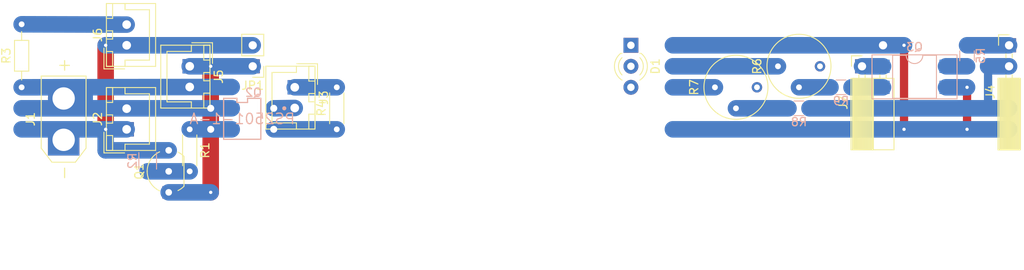
<source format=kicad_pcb>
(kicad_pcb (version 20171130) (host pcbnew "(5.1.6)-1")

  (general
    (thickness 1.6)
    (drawings 21)
    (tracks 43)
    (zones 0)
    (modules 21)
    (nets 20)
  )

  (page A4)
  (layers
    (0 F.Cu signal)
    (31 B.Cu signal)
    (32 B.Adhes user)
    (33 F.Adhes user)
    (34 B.Paste user)
    (35 F.Paste user)
    (36 B.SilkS user hide)
    (37 F.SilkS user hide)
    (38 B.Mask user)
    (39 F.Mask user)
    (40 Dwgs.User user)
    (41 Cmts.User user)
    (42 Eco1.User user)
    (43 Eco2.User user)
    (44 Edge.Cuts user)
    (45 Margin user)
    (46 B.CrtYd user)
    (47 F.CrtYd user hide)
    (48 B.Fab user)
    (49 F.Fab user)
  )

  (setup
    (last_trace_width 0.25)
    (user_trace_width 2)
    (trace_clearance 0.2)
    (zone_clearance 0.508)
    (zone_45_only no)
    (trace_min 0.2)
    (via_size 0.8)
    (via_drill 0.4)
    (via_min_size 0.4)
    (via_min_drill 0.3)
    (uvia_size 0.3)
    (uvia_drill 0.1)
    (uvias_allowed no)
    (uvia_min_size 0.2)
    (uvia_min_drill 0.1)
    (edge_width 0.05)
    (segment_width 0.2)
    (pcb_text_width 0.3)
    (pcb_text_size 1.5 1.5)
    (mod_edge_width 0.12)
    (mod_text_size 1 1)
    (mod_text_width 0.15)
    (pad_size 1.524 1.524)
    (pad_drill 0.762)
    (pad_to_mask_clearance 0.05)
    (aux_axis_origin 104.18 93.98)
    (grid_origin 104.18 93.98)
    (visible_elements 7FFFFFFF)
    (pcbplotparams
      (layerselection 0x010fc_ffffffff)
      (usegerberextensions false)
      (usegerberattributes true)
      (usegerberadvancedattributes true)
      (creategerberjobfile true)
      (excludeedgelayer true)
      (linewidth 0.100000)
      (plotframeref false)
      (viasonmask false)
      (mode 1)
      (useauxorigin false)
      (hpglpennumber 1)
      (hpglpenspeed 20)
      (hpglpendiameter 15.000000)
      (psnegative false)
      (psa4output false)
      (plotreference true)
      (plotvalue true)
      (plotinvisibletext false)
      (padsonsilk false)
      (subtractmaskfromsilk false)
      (outputformat 1)
      (mirror false)
      (drillshape 1)
      (scaleselection 1)
      (outputdirectory ""))
  )

  (net 0 "")
  (net 1 GND)
  (net 2 "Net-(J3-Pad2)")
  (net 3 "Net-(J6-Pad2)")
  (net 4 "Net-(J3-Pad1)")
  (net 5 "Net-(J5-Pad1)")
  (net 6 "Net-(Q2-Pad3)")
  (net 7 "Net-(Q1-Pad2)")
  (net 8 +5V)
  (net 9 "Net-(Q2-Pad2)")
  (net 10 "Net-(D1-Pad1)")
  (net 11 "Net-(D1-Pad2)")
  (net 12 "Net-(D1-Pad3)")
  (net 13 "Net-(J4-Pad1)")
  (net 14 "Net-(J4-Pad2)")
  (net 15 "Net-(Q3-Pad3)")
  (net 16 "Net-(Q3-Pad1)")
  (net 17 "Net-(J7-Pad1)")
  (net 18 "Net-(R7-Pad2)")
  (net 19 "Net-(R6-Pad2)")

  (net_class Default "This is the default net class."
    (clearance 0.2)
    (trace_width 0.25)
    (via_dia 0.8)
    (via_drill 0.4)
    (uvia_dia 0.3)
    (uvia_drill 0.1)
    (add_net +5V)
    (add_net GND)
    (add_net "Net-(D1-Pad1)")
    (add_net "Net-(D1-Pad2)")
    (add_net "Net-(D1-Pad3)")
    (add_net "Net-(J3-Pad1)")
    (add_net "Net-(J3-Pad2)")
    (add_net "Net-(J4-Pad1)")
    (add_net "Net-(J4-Pad2)")
    (add_net "Net-(J5-Pad1)")
    (add_net "Net-(J6-Pad2)")
    (add_net "Net-(J7-Pad1)")
    (add_net "Net-(Q1-Pad2)")
    (add_net "Net-(Q2-Pad2)")
    (add_net "Net-(Q2-Pad3)")
    (add_net "Net-(Q3-Pad1)")
    (add_net "Net-(Q3-Pad3)")
    (add_net "Net-(R6-Pad2)")
    (add_net "Net-(R7-Pad2)")
  )

  (module Resistors_THT:R_Axial_DIN0204_L3.6mm_D1.6mm_P5.08mm_Horizontal (layer F.Cu) (tedit 5874F706) (tstamp 641239BD)
    (at 127.04 109.22 270)
    (descr "Resistor, Axial_DIN0204 series, Axial, Horizontal, pin pitch=5.08mm, 0.16666666666666666W = 1/6W, length*diameter=3.6*1.6mm^2, http://cdn-reichelt.de/documents/datenblatt/B400/1_4W%23YAG.pdf")
    (tags "Resistor Axial_DIN0204 series Axial Horizontal pin pitch 5.08mm 0.16666666666666666W = 1/6W length 3.6mm diameter 1.6mm")
    (path /63A58AE4)
    (fp_text reference R1 (at 2.54 -1.86 270) (layer F.SilkS)
      (effects (font (size 1 1) (thickness 0.15)))
    )
    (fp_text value 47R (at 2.54 -1.905 270) (layer F.Fab)
      (effects (font (size 1 1) (thickness 0.15)))
    )
    (fp_line (start 6.05 -1.15) (end -0.95 -1.15) (layer F.CrtYd) (width 0.05))
    (fp_line (start 6.05 1.15) (end 6.05 -1.15) (layer F.CrtYd) (width 0.05))
    (fp_line (start -0.95 1.15) (end 6.05 1.15) (layer F.CrtYd) (width 0.05))
    (fp_line (start -0.95 -1.15) (end -0.95 1.15) (layer F.CrtYd) (width 0.05))
    (fp_line (start 0.68 0.86) (end 4.4 0.86) (layer F.SilkS) (width 0.12))
    (fp_line (start 0.68 -0.86) (end 4.4 -0.86) (layer F.SilkS) (width 0.12))
    (fp_line (start 5.08 0) (end 4.34 0) (layer F.Fab) (width 0.1))
    (fp_line (start 0 0) (end 0.74 0) (layer F.Fab) (width 0.1))
    (fp_line (start 4.34 -0.8) (end 0.74 -0.8) (layer F.Fab) (width 0.1))
    (fp_line (start 4.34 0.8) (end 4.34 -0.8) (layer F.Fab) (width 0.1))
    (fp_line (start 0.74 0.8) (end 4.34 0.8) (layer F.Fab) (width 0.1))
    (fp_line (start 0.74 -0.8) (end 0.74 0.8) (layer F.Fab) (width 0.1))
    (pad 1 thru_hole circle (at 0 0 270) (size 1.4 1.4) (drill 0.7) (layers *.Cu *.Mask)
      (net 6 "Net-(Q2-Pad3)"))
    (pad 2 thru_hole oval (at 5.08 0 270) (size 1.4 1.4) (drill 0.7) (layers *.Cu *.Mask)
      (net 7 "Net-(Q1-Pad2)"))
    (model ${KISYS3DMOD}/Resistors_THT.3dshapes/R_Axial_DIN0204_L3.6mm_D1.6mm_P5.08mm_Horizontal.wrl
      (at (xyz 0 0 0))
      (scale (xyz 0.393701 0.393701 0.393701))
      (rotate (xyz 0 0 0))
    )
  )

  (module Resistors_SMD:R_0805 (layer B.Cu) (tedit 58E0A804) (tstamp 6433DE27)
    (at 205.78 104.14)
    (descr "Resistor SMD 0805, reflow soldering, Vishay (see dcrcw.pdf)")
    (tags "resistor 0805")
    (path /6437B4B5)
    (attr smd)
    (fp_text reference R9 (at 0 1.65) (layer B.SilkS)
      (effects (font (size 1 1) (thickness 0.15)) (justify mirror))
    )
    (fp_text value 150R (at 0 -1.75) (layer B.Fab)
      (effects (font (size 1 1) (thickness 0.15)) (justify mirror))
    )
    (fp_line (start -1 -0.62) (end -1 0.62) (layer B.Fab) (width 0.1))
    (fp_line (start 1 -0.62) (end -1 -0.62) (layer B.Fab) (width 0.1))
    (fp_line (start 1 0.62) (end 1 -0.62) (layer B.Fab) (width 0.1))
    (fp_line (start -1 0.62) (end 1 0.62) (layer B.Fab) (width 0.1))
    (fp_line (start 0.6 -0.88) (end -0.6 -0.88) (layer B.SilkS) (width 0.12))
    (fp_line (start -0.6 0.88) (end 0.6 0.88) (layer B.SilkS) (width 0.12))
    (fp_line (start -1.55 0.9) (end 1.55 0.9) (layer B.CrtYd) (width 0.05))
    (fp_line (start -1.55 0.9) (end -1.55 -0.9) (layer B.CrtYd) (width 0.05))
    (fp_line (start 1.55 -0.9) (end 1.55 0.9) (layer B.CrtYd) (width 0.05))
    (fp_line (start 1.55 -0.9) (end -1.55 -0.9) (layer B.CrtYd) (width 0.05))
    (fp_text user %R (at 0 0) (layer B.Fab)
      (effects (font (size 0.5 0.5) (thickness 0.075)) (justify mirror))
    )
    (pad 1 smd rect (at -0.95 0) (size 0.7 1.3) (layers B.Cu B.Paste B.Mask)
      (net 19 "Net-(R6-Pad2)"))
    (pad 2 smd rect (at 0.95 0) (size 0.7 1.3) (layers B.Cu B.Paste B.Mask)
      (net 15 "Net-(Q3-Pad3)"))
    (model ${KISYS3DMOD}/Resistors_SMD.3dshapes/R_0805.wrl
      (at (xyz 0 0 0))
      (scale (xyz 1 1 1))
      (rotate (xyz 0 0 0))
    )
  )

  (module Resistors_SMD:R_0805 (layer B.Cu) (tedit 58E0A804) (tstamp 6433DEBC)
    (at 200.7 106.68)
    (descr "Resistor SMD 0805, reflow soldering, Vishay (see dcrcw.pdf)")
    (tags "resistor 0805")
    (path /6437B104)
    (attr smd)
    (fp_text reference R8 (at 0 1.65) (layer B.SilkS)
      (effects (font (size 1 1) (thickness 0.15)) (justify mirror))
    )
    (fp_text value 20R (at 0 -1.75) (layer B.Fab)
      (effects (font (size 1 1) (thickness 0.15)) (justify mirror))
    )
    (fp_line (start -1 -0.62) (end -1 0.62) (layer B.Fab) (width 0.1))
    (fp_line (start 1 -0.62) (end -1 -0.62) (layer B.Fab) (width 0.1))
    (fp_line (start 1 0.62) (end 1 -0.62) (layer B.Fab) (width 0.1))
    (fp_line (start -1 0.62) (end 1 0.62) (layer B.Fab) (width 0.1))
    (fp_line (start 0.6 -0.88) (end -0.6 -0.88) (layer B.SilkS) (width 0.12))
    (fp_line (start -0.6 0.88) (end 0.6 0.88) (layer B.SilkS) (width 0.12))
    (fp_line (start -1.55 0.9) (end 1.55 0.9) (layer B.CrtYd) (width 0.05))
    (fp_line (start -1.55 0.9) (end -1.55 -0.9) (layer B.CrtYd) (width 0.05))
    (fp_line (start 1.55 -0.9) (end 1.55 0.9) (layer B.CrtYd) (width 0.05))
    (fp_line (start 1.55 -0.9) (end -1.55 -0.9) (layer B.CrtYd) (width 0.05))
    (fp_text user %R (at 0 0) (layer B.Fab)
      (effects (font (size 0.5 0.5) (thickness 0.075)) (justify mirror))
    )
    (pad 1 smd rect (at -0.95 0) (size 0.7 1.3) (layers B.Cu B.Paste B.Mask)
      (net 18 "Net-(R7-Pad2)"))
    (pad 2 smd rect (at 0.95 0) (size 0.7 1.3) (layers B.Cu B.Paste B.Mask)
      (net 14 "Net-(J4-Pad2)"))
    (model ${KISYS3DMOD}/Resistors_SMD.3dshapes/R_0805.wrl
      (at (xyz 0 0 0))
      (scale (xyz 1 1 1))
      (rotate (xyz 0 0 0))
    )
  )

  (module Socket_Strips:Socket_Strip_Angled_2x01_Pitch2.54mm (layer F.Cu) (tedit 58CD5448) (tstamp 64339AC2)
    (at 226.1 99.06 90)
    (descr "Through hole angled socket strip, 2x01, 2.54mm pitch, 8.51mm socket length, double rows")
    (tags "Through hole angled socket strip THT 2x01 2.54mm double row")
    (path /64329629)
    (fp_text reference J4 (at -5.65 -2.27 90) (layer F.SilkS)
      (effects (font (size 1 1) (thickness 0.15)))
    )
    (fp_text value Conn_02x01_Female (at -5.65 2.27 90) (layer F.Fab) hide
      (effects (font (size 1 1) (thickness 0.15)))
    )
    (fp_line (start -4.06 -1.27) (end -4.06 1.27) (layer F.Fab) (width 0.1))
    (fp_line (start -4.06 1.27) (end -12.57 1.27) (layer F.Fab) (width 0.1))
    (fp_line (start -12.57 1.27) (end -12.57 -1.27) (layer F.Fab) (width 0.1))
    (fp_line (start -12.57 -1.27) (end -4.06 -1.27) (layer F.Fab) (width 0.1))
    (fp_line (start 0 -0.32) (end 0 0.32) (layer F.Fab) (width 0.1))
    (fp_line (start 0 0.32) (end -4.06 0.32) (layer F.Fab) (width 0.1))
    (fp_line (start -4.06 0.32) (end -4.06 -0.32) (layer F.Fab) (width 0.1))
    (fp_line (start -4.06 -0.32) (end 0 -0.32) (layer F.Fab) (width 0.1))
    (fp_line (start -4 -1.33) (end -4 1.33) (layer F.SilkS) (width 0.12))
    (fp_line (start -4 1.33) (end -12.63 1.33) (layer F.SilkS) (width 0.12))
    (fp_line (start -12.63 1.33) (end -12.63 -1.33) (layer F.SilkS) (width 0.12))
    (fp_line (start -12.63 -1.33) (end -4 -1.33) (layer F.SilkS) (width 0.12))
    (fp_line (start -4 -1.33) (end -4 1.27) (layer F.SilkS) (width 0.12))
    (fp_line (start -4 1.27) (end -12.63 1.27) (layer F.SilkS) (width 0.12))
    (fp_line (start -12.63 1.27) (end -12.63 -1.33) (layer F.SilkS) (width 0.12))
    (fp_line (start -12.63 -1.33) (end -4 -1.33) (layer F.SilkS) (width 0.12))
    (fp_line (start -3.57 -0.38) (end -4 -0.38) (layer F.SilkS) (width 0.12))
    (fp_line (start -3.57 0.38) (end -4 0.38) (layer F.SilkS) (width 0.12))
    (fp_line (start -1.03 -0.38) (end -1.51 -0.38) (layer F.SilkS) (width 0.12))
    (fp_line (start -1.03 0.38) (end -1.51 0.38) (layer F.SilkS) (width 0.12))
    (fp_line (start -4 -1.15) (end -12.63 -1.15) (layer F.SilkS) (width 0.12))
    (fp_line (start -4 -1.03) (end -12.63 -1.03) (layer F.SilkS) (width 0.12))
    (fp_line (start -4 -0.91) (end -12.63 -0.91) (layer F.SilkS) (width 0.12))
    (fp_line (start -4 -0.79) (end -12.63 -0.79) (layer F.SilkS) (width 0.12))
    (fp_line (start -4 -0.67) (end -12.63 -0.67) (layer F.SilkS) (width 0.12))
    (fp_line (start -4 -0.55) (end -12.63 -0.55) (layer F.SilkS) (width 0.12))
    (fp_line (start -4 -0.43) (end -12.63 -0.43) (layer F.SilkS) (width 0.12))
    (fp_line (start -4 -0.31) (end -12.63 -0.31) (layer F.SilkS) (width 0.12))
    (fp_line (start -4 -0.19) (end -12.63 -0.19) (layer F.SilkS) (width 0.12))
    (fp_line (start -4 -0.07) (end -12.63 -0.07) (layer F.SilkS) (width 0.12))
    (fp_line (start -4 0.05) (end -12.63 0.05) (layer F.SilkS) (width 0.12))
    (fp_line (start -4 0.17) (end -12.63 0.17) (layer F.SilkS) (width 0.12))
    (fp_line (start -4 0.29) (end -12.63 0.29) (layer F.SilkS) (width 0.12))
    (fp_line (start -4 0.41) (end -12.63 0.41) (layer F.SilkS) (width 0.12))
    (fp_line (start -4 0.53) (end -12.63 0.53) (layer F.SilkS) (width 0.12))
    (fp_line (start -4 0.65) (end -12.63 0.65) (layer F.SilkS) (width 0.12))
    (fp_line (start -4 0.77) (end -12.63 0.77) (layer F.SilkS) (width 0.12))
    (fp_line (start -4 0.89) (end -12.63 0.89) (layer F.SilkS) (width 0.12))
    (fp_line (start -4 1.01) (end -12.63 1.01) (layer F.SilkS) (width 0.12))
    (fp_line (start -4 1.13) (end -12.63 1.13) (layer F.SilkS) (width 0.12))
    (fp_line (start -4 1.25) (end -12.63 1.25) (layer F.SilkS) (width 0.12))
    (fp_line (start -4 1.37) (end -12.63 1.37) (layer F.SilkS) (width 0.12))
    (fp_line (start 0 -1.27) (end 1.27 -1.27) (layer F.SilkS) (width 0.12))
    (fp_line (start 1.27 -1.27) (end 1.27 0) (layer F.SilkS) (width 0.12))
    (fp_line (start 1.8 -1.8) (end 1.8 1.8) (layer F.CrtYd) (width 0.05))
    (fp_line (start 1.8 1.8) (end -13.1 1.8) (layer F.CrtYd) (width 0.05))
    (fp_line (start -13.1 1.8) (end -13.1 -1.8) (layer F.CrtYd) (width 0.05))
    (fp_line (start -13.1 -1.8) (end 1.8 -1.8) (layer F.CrtYd) (width 0.05))
    (fp_text user %R (at -5.65 -2.27 90) (layer F.Fab)
      (effects (font (size 1 1) (thickness 0.15)))
    )
    (pad 1 thru_hole rect (at 0 0 90) (size 1.7 1.7) (drill 1) (layers *.Cu *.Mask)
      (net 13 "Net-(J4-Pad1)"))
    (pad 2 thru_hole oval (at -2.54 0 90) (size 1.7 1.7) (drill 1) (layers *.Cu *.Mask)
      (net 14 "Net-(J4-Pad2)"))
    (model ${KISYS3DMOD}/Socket_Strips.3dshapes/Socket_Strip_Angled_2x01_Pitch2.54mm.wrl
      (offset (xyz -1.269999980926514 0 0))
      (scale (xyz 1 1 1))
      (rotate (xyz 0 0 270))
    )
  )

  (module Housings_DIP:DIP-4_W7.62mm_SMDSocket_SmallPads (layer B.Cu) (tedit 59C78D6B) (tstamp 64339968)
    (at 214.67 102.87 180)
    (descr "4-lead though-hole mounted DIP package, row spacing 7.62 mm (300 mils), SMDSocket, SmallPads")
    (tags "THT DIP DIL PDIP 2.54mm 7.62mm 300mil SMDSocket SmallPads")
    (path /6431111B)
    (attr smd)
    (fp_text reference Q3 (at 0 3.6) (layer B.SilkS)
      (effects (font (size 1 1) (thickness 0.15)) (justify mirror))
    )
    (fp_text value PS2501-1-A (at 0 -3.6) (layer B.Fab)
      (effects (font (size 1 1) (thickness 0.15)) (justify mirror))
    )
    (fp_line (start -2.175 2.54) (end 3.175 2.54) (layer B.Fab) (width 0.1))
    (fp_line (start 3.175 2.54) (end 3.175 -2.54) (layer B.Fab) (width 0.1))
    (fp_line (start 3.175 -2.54) (end -3.175 -2.54) (layer B.Fab) (width 0.1))
    (fp_line (start -3.175 -2.54) (end -3.175 1.54) (layer B.Fab) (width 0.1))
    (fp_line (start -3.175 1.54) (end -2.175 2.54) (layer B.Fab) (width 0.1))
    (fp_line (start -5.08 2.6) (end -5.08 -2.6) (layer B.Fab) (width 0.1))
    (fp_line (start -5.08 -2.6) (end 5.08 -2.6) (layer B.Fab) (width 0.1))
    (fp_line (start 5.08 -2.6) (end 5.08 2.6) (layer B.Fab) (width 0.1))
    (fp_line (start 5.08 2.6) (end -5.08 2.6) (layer B.Fab) (width 0.1))
    (fp_line (start -1 2.6) (end -2.65 2.6) (layer B.SilkS) (width 0.12))
    (fp_line (start -2.65 2.6) (end -2.65 -2.6) (layer B.SilkS) (width 0.12))
    (fp_line (start -2.65 -2.6) (end 2.65 -2.6) (layer B.SilkS) (width 0.12))
    (fp_line (start 2.65 -2.6) (end 2.65 2.6) (layer B.SilkS) (width 0.12))
    (fp_line (start 2.65 2.6) (end 1 2.6) (layer B.SilkS) (width 0.12))
    (fp_line (start -5.14 2.66) (end -5.14 -2.66) (layer B.SilkS) (width 0.12))
    (fp_line (start -5.14 -2.66) (end 5.14 -2.66) (layer B.SilkS) (width 0.12))
    (fp_line (start 5.14 -2.66) (end 5.14 2.66) (layer B.SilkS) (width 0.12))
    (fp_line (start 5.14 2.66) (end -5.14 2.66) (layer B.SilkS) (width 0.12))
    (fp_line (start -5.35 2.85) (end -5.35 -2.85) (layer B.CrtYd) (width 0.05))
    (fp_line (start -5.35 -2.85) (end 5.35 -2.85) (layer B.CrtYd) (width 0.05))
    (fp_line (start 5.35 -2.85) (end 5.35 2.85) (layer B.CrtYd) (width 0.05))
    (fp_line (start 5.35 2.85) (end -5.35 2.85) (layer B.CrtYd) (width 0.05))
    (fp_arc (start 0 2.6) (end -1 2.6) (angle 180) (layer B.SilkS) (width 0.12))
    (fp_text user %R (at 0 0) (layer B.Fab)
      (effects (font (size 1 1) (thickness 0.15)) (justify mirror))
    )
    (pad 1 smd rect (at -3.81 1.27 180) (size 1.6 1.6) (layers B.Cu B.Paste B.Mask)
      (net 16 "Net-(Q3-Pad1)"))
    (pad 3 smd rect (at 3.81 -1.27 180) (size 1.6 1.6) (layers B.Cu B.Paste B.Mask)
      (net 15 "Net-(Q3-Pad3)"))
    (pad 2 smd rect (at -3.81 -1.27 180) (size 1.6 1.6) (layers B.Cu B.Paste B.Mask)
      (net 11 "Net-(D1-Pad2)"))
    (pad 4 smd rect (at 3.81 1.27 180) (size 1.6 1.6) (layers B.Cu B.Paste B.Mask)
      (net 17 "Net-(J7-Pad1)"))
    (model ${KISYS3DMOD}/Housings_DIP.3dshapes/DIP-4_W7.62mm_SMDSocket.wrl
      (at (xyz 0 0 0))
      (scale (xyz 1 1 1))
      (rotate (xyz 0 0 0))
    )
  )

  (module Potentiometers:Potentiometer_Trimmer_Bourns_3339P_Horizontal (layer F.Cu) (tedit 58826FD6) (tstamp 643398F6)
    (at 195.62 104.14 90)
    (descr "Potentiometer, horizontally mounted, Omeg PC16PU, Omeg PC16PU, Omeg PC16PU, Vishay/Spectrol 248GJ/249GJ Single, Vishay/Spectrol 248GJ/249GJ Single, Vishay/Spectrol 248GJ/249GJ Single, Vishay/Spectrol 248GH/249GH Single, Vishay/Spectrol 148/149 Single, Vishay/Spectrol 148/149 Single, Vishay/Spectrol 148/149 Single, Vishay/Spectrol 148A/149A Single with mounting plates, Vishay/Spectrol 148/149 Double, Vishay/Spectrol 148A/149A Double with mounting plates, Piher PC-16 Single, Piher PC-16 Single, Piher PC-16 Single, Piher PC-16SV Single, Piher PC-16 Double, Piher PC-16 Triple, Piher T16H Single, Piher T16L Single, Piher T16H Double, Alps RK163 Single, Alps RK163 Double, Alps RK097 Single, Alps RK097 Double, Bourns PTV09A-2 Single with mounting sleve Single, Bourns PTV09A-1 with mounting sleve Single, Bourns PRS11S Single, Alps RK09K Single with mounting sleve Single, Alps RK09K with mounting sleve Single, Alps RK09L Single, Alps RK09L Single, Alps RK09L Double, Alps RK09L Double, Alps RK09Y Single, Bourns 3339S Single, Bourns 3339S Single, Bourns 3339P Single, http://www.alps.com/prod/info/E/HTML/Potentiometer/RotaryPotentiometers/RK09Y11/RK09Y11L0001.html")
    (tags "Potentiometer horizontal  Omeg PC16PU  Omeg PC16PU  Omeg PC16PU  Vishay/Spectrol 248GJ/249GJ Single  Vishay/Spectrol 248GJ/249GJ Single  Vishay/Spectrol 248GJ/249GJ Single  Vishay/Spectrol 248GH/249GH Single  Vishay/Spectrol 148/149 Single  Vishay/Spectrol 148/149 Single  Vishay/Spectrol 148/149 Single  Vishay/Spectrol 148A/149A Single with mounting plates  Vishay/Spectrol 148/149 Double  Vishay/Spectrol 148A/149A Double with mounting plates  Piher PC-16 Single  Piher PC-16 Single  Piher PC-16 Single  Piher PC-16SV Single  Piher PC-16 Double  Piher PC-16 Triple  Piher T16H Single  Piher T16L Single  Piher T16H Double  Alps RK163 Single  Alps RK163 Double  Alps RK097 Single  Alps RK097 Double  Bourns PTV09A-2 Single with mounting sleve Single  Bourns PTV09A-1 with mounting sleve Single  Bourns PRS11S Single  Alps RK09K Single with mounting sleve Single  Alps RK09K with mounting sleve Single  Alps RK09L Single  Alps RK09L Single  Alps RK09L Double  Alps RK09L Double  Alps RK09Y Single  Bourns 3339S Single  Bourns 3339S Single  Bourns 3339P Single")
    (path /64321675)
    (fp_text reference R7 (at 0 -7.6 90) (layer F.SilkS)
      (effects (font (size 1 1) (thickness 0.15)))
    )
    (fp_text value 2k (at 0 2.52 90) (layer F.Fab)
      (effects (font (size 1 1) (thickness 0.15)))
    )
    (fp_circle (center 0 -2.54) (end 3.81 -2.54) (layer F.Fab) (width 0.1))
    (fp_circle (center 0 -2.54) (end 2.5 -2.54) (layer F.Fab) (width 0.1))
    (fp_circle (center 0 -2.54) (end 2.5 -2.54) (layer F.Fab) (width 0.1))
    (fp_circle (center 0 -2.54) (end 3.87 -2.54) (layer F.SilkS) (width 0.12))
    (fp_line (start 1.897 -4.13) (end -1.592 -0.644) (layer F.Fab) (width 0.1))
    (fp_line (start 1.592 -4.435) (end -1.897 -0.949) (layer F.Fab) (width 0.1))
    (fp_line (start -4.1 -6.6) (end -4.1 1.55) (layer F.CrtYd) (width 0.05))
    (fp_line (start -4.1 1.55) (end 4.1 1.55) (layer F.CrtYd) (width 0.05))
    (fp_line (start 4.1 1.55) (end 4.1 -6.6) (layer F.CrtYd) (width 0.05))
    (fp_line (start 4.1 -6.6) (end -4.1 -6.6) (layer F.CrtYd) (width 0.05))
    (pad 3 thru_hole circle (at 0 -5.08 90) (size 1.26 1.26) (drill 0.7) (layers *.Cu *.Mask)
      (net 12 "Net-(D1-Pad3)"))
    (pad 2 thru_hole circle (at -2.54 -2.54 90) (size 1.26 1.26) (drill 0.7) (layers *.Cu *.Mask)
      (net 18 "Net-(R7-Pad2)"))
    (pad 1 thru_hole circle (at 0 0 90) (size 1.26 1.26) (drill 0.7) (layers *.Cu *.Mask))
    (model Potentiometers.3dshapes/Potentiometer_Trimmer_Bourns_3339P_Horizontal.wrl
      (at (xyz 0 0 0))
      (scale (xyz 1 1 1))
      (rotate (xyz 0 0 -90))
    )
  )

  (module Potentiometers:Potentiometer_Trimmer_Bourns_3339P_Horizontal (layer F.Cu) (tedit 58826FD6) (tstamp 6433DDA3)
    (at 203.24 101.6 90)
    (descr "Potentiometer, horizontally mounted, Omeg PC16PU, Omeg PC16PU, Omeg PC16PU, Vishay/Spectrol 248GJ/249GJ Single, Vishay/Spectrol 248GJ/249GJ Single, Vishay/Spectrol 248GJ/249GJ Single, Vishay/Spectrol 248GH/249GH Single, Vishay/Spectrol 148/149 Single, Vishay/Spectrol 148/149 Single, Vishay/Spectrol 148/149 Single, Vishay/Spectrol 148A/149A Single with mounting plates, Vishay/Spectrol 148/149 Double, Vishay/Spectrol 148A/149A Double with mounting plates, Piher PC-16 Single, Piher PC-16 Single, Piher PC-16 Single, Piher PC-16SV Single, Piher PC-16 Double, Piher PC-16 Triple, Piher T16H Single, Piher T16L Single, Piher T16H Double, Alps RK163 Single, Alps RK163 Double, Alps RK097 Single, Alps RK097 Double, Bourns PTV09A-2 Single with mounting sleve Single, Bourns PTV09A-1 with mounting sleve Single, Bourns PRS11S Single, Alps RK09K Single with mounting sleve Single, Alps RK09K with mounting sleve Single, Alps RK09L Single, Alps RK09L Single, Alps RK09L Double, Alps RK09L Double, Alps RK09Y Single, Bourns 3339S Single, Bourns 3339S Single, Bourns 3339P Single, http://www.alps.com/prod/info/E/HTML/Potentiometer/RotaryPotentiometers/RK09Y11/RK09Y11L0001.html")
    (tags "Potentiometer horizontal  Omeg PC16PU  Omeg PC16PU  Omeg PC16PU  Vishay/Spectrol 248GJ/249GJ Single  Vishay/Spectrol 248GJ/249GJ Single  Vishay/Spectrol 248GJ/249GJ Single  Vishay/Spectrol 248GH/249GH Single  Vishay/Spectrol 148/149 Single  Vishay/Spectrol 148/149 Single  Vishay/Spectrol 148/149 Single  Vishay/Spectrol 148A/149A Single with mounting plates  Vishay/Spectrol 148/149 Double  Vishay/Spectrol 148A/149A Double with mounting plates  Piher PC-16 Single  Piher PC-16 Single  Piher PC-16 Single  Piher PC-16SV Single  Piher PC-16 Double  Piher PC-16 Triple  Piher T16H Single  Piher T16L Single  Piher T16H Double  Alps RK163 Single  Alps RK163 Double  Alps RK097 Single  Alps RK097 Double  Bourns PTV09A-2 Single with mounting sleve Single  Bourns PTV09A-1 with mounting sleve Single  Bourns PRS11S Single  Alps RK09K Single with mounting sleve Single  Alps RK09K with mounting sleve Single  Alps RK09L Single  Alps RK09L Single  Alps RK09L Double  Alps RK09L Double  Alps RK09Y Single  Bourns 3339S Single  Bourns 3339S Single  Bourns 3339P Single")
    (path /6431BF19)
    (fp_text reference R6 (at 0 -7.6 270) (layer F.SilkS)
      (effects (font (size 1 1) (thickness 0.15)))
    )
    (fp_text value 2k (at 0 2.52 270) (layer F.Fab)
      (effects (font (size 1 1) (thickness 0.15)))
    )
    (fp_circle (center 0 -2.54) (end 3.81 -2.54) (layer F.Fab) (width 0.1))
    (fp_circle (center 0 -2.54) (end 2.5 -2.54) (layer F.Fab) (width 0.1))
    (fp_circle (center 0 -2.54) (end 2.5 -2.54) (layer F.Fab) (width 0.1))
    (fp_circle (center 0 -2.54) (end 3.87 -2.54) (layer F.SilkS) (width 0.12))
    (fp_line (start 1.897 -4.13) (end -1.592 -0.644) (layer F.Fab) (width 0.1))
    (fp_line (start 1.592 -4.435) (end -1.897 -0.949) (layer F.Fab) (width 0.1))
    (fp_line (start -4.1 -6.6) (end -4.1 1.55) (layer F.CrtYd) (width 0.05))
    (fp_line (start -4.1 1.55) (end 4.1 1.55) (layer F.CrtYd) (width 0.05))
    (fp_line (start 4.1 1.55) (end 4.1 -6.6) (layer F.CrtYd) (width 0.05))
    (fp_line (start 4.1 -6.6) (end -4.1 -6.6) (layer F.CrtYd) (width 0.05))
    (pad 3 thru_hole circle (at 0 -5.08 90) (size 1.26 1.26) (drill 0.7) (layers *.Cu *.Mask)
      (net 10 "Net-(D1-Pad1)"))
    (pad 2 thru_hole circle (at -2.54 -2.54 90) (size 1.26 1.26) (drill 0.7) (layers *.Cu *.Mask)
      (net 19 "Net-(R6-Pad2)"))
    (pad 1 thru_hole circle (at 0 0 90) (size 1.26 1.26) (drill 0.7) (layers *.Cu *.Mask))
    (model Potentiometers.3dshapes/Potentiometer_Trimmer_Bourns_3339P_Horizontal.wrl
      (at (xyz 0 0 0))
      (scale (xyz 1 1 1))
      (rotate (xyz 0 0 -90))
    )
  )

  (module moonbuggy-custom:Socket_Strip_Angled_1x02_Pitch2.54mm-offset-pad-other (layer F.Cu) (tedit 6430CE81) (tstamp 64339A08)
    (at 208.32 101.6 90)
    (descr "Through hole angled socket strip, 1x02, 2.54mm pitch, 8.51mm socket length, single row")
    (tags "Through hole angled socket strip THT 1x02 2.54mm single row")
    (path /643257DB)
    (fp_text reference J7 (at -4.38 -2.27 90) (layer F.SilkS)
      (effects (font (size 1 1) (thickness 0.15)))
    )
    (fp_text value Conn_01x02_Female (at -4.38 4.81 90) (layer F.Fab) hide
      (effects (font (size 1 1) (thickness 0.15)))
    )
    (fp_line (start -10.55 -1.8) (end 1.8 -1.8) (layer F.CrtYd) (width 0.05))
    (fp_line (start -10.55 4.35) (end -10.55 -1.8) (layer F.CrtYd) (width 0.05))
    (fp_line (start 1.8 4.35) (end -10.55 4.35) (layer F.CrtYd) (width 0.05))
    (fp_line (start 1.8 -1.8) (end 1.8 4.35) (layer F.CrtYd) (width 0.05))
    (fp_line (start 1.27 -1.27) (end 1.27 0) (layer F.SilkS) (width 0.12))
    (fp_line (start 0 -1.27) (end 1.27 -1.27) (layer F.SilkS) (width 0.12))
    (fp_line (start -1.03 2.92) (end -1.46 2.92) (layer F.SilkS) (width 0.12))
    (fp_line (start -1.03 2.16) (end -1.46 2.16) (layer F.SilkS) (width 0.12))
    (fp_line (start -10.09 1.27) (end -1.46 1.27) (layer F.SilkS) (width 0.12))
    (fp_line (start -10.09 3.87) (end -10.09 1.27) (layer F.SilkS) (width 0.12))
    (fp_line (start -1.46 3.87) (end -10.09 3.87) (layer F.SilkS) (width 0.12))
    (fp_line (start -1.46 1.27) (end -1.46 3.87) (layer F.SilkS) (width 0.12))
    (fp_line (start -1.46 1.37) (end -10.09 1.37) (layer F.SilkS) (width 0.12))
    (fp_line (start -1.46 1.25) (end -10.09 1.25) (layer F.SilkS) (width 0.12))
    (fp_line (start -1.46 1.13) (end -10.09 1.13) (layer F.SilkS) (width 0.12))
    (fp_line (start -1.46 1.01) (end -10.09 1.01) (layer F.SilkS) (width 0.12))
    (fp_line (start -1.46 0.89) (end -10.09 0.89) (layer F.SilkS) (width 0.12))
    (fp_line (start -1.46 0.77) (end -10.09 0.77) (layer F.SilkS) (width 0.12))
    (fp_line (start -1.46 0.65) (end -10.09 0.65) (layer F.SilkS) (width 0.12))
    (fp_line (start -1.46 0.53) (end -10.09 0.53) (layer F.SilkS) (width 0.12))
    (fp_line (start -1.46 0.41) (end -10.09 0.41) (layer F.SilkS) (width 0.12))
    (fp_line (start -1.46 0.29) (end -10.09 0.29) (layer F.SilkS) (width 0.12))
    (fp_line (start -1.46 0.17) (end -10.09 0.17) (layer F.SilkS) (width 0.12))
    (fp_line (start -1.46 0.05) (end -10.09 0.05) (layer F.SilkS) (width 0.12))
    (fp_line (start -1.46 -0.07) (end -10.09 -0.07) (layer F.SilkS) (width 0.12))
    (fp_line (start -1.46 -0.19) (end -10.09 -0.19) (layer F.SilkS) (width 0.12))
    (fp_line (start -1.46 -0.31) (end -10.09 -0.31) (layer F.SilkS) (width 0.12))
    (fp_line (start -1.46 -0.43) (end -10.09 -0.43) (layer F.SilkS) (width 0.12))
    (fp_line (start -1.46 -0.55) (end -10.09 -0.55) (layer F.SilkS) (width 0.12))
    (fp_line (start -1.46 -0.67) (end -10.09 -0.67) (layer F.SilkS) (width 0.12))
    (fp_line (start -1.46 -0.79) (end -10.09 -0.79) (layer F.SilkS) (width 0.12))
    (fp_line (start -1.46 -0.91) (end -10.09 -0.91) (layer F.SilkS) (width 0.12))
    (fp_line (start -1.46 -1.03) (end -10.09 -1.03) (layer F.SilkS) (width 0.12))
    (fp_line (start -1.46 -1.15) (end -10.09 -1.15) (layer F.SilkS) (width 0.12))
    (fp_line (start -1.03 0.38) (end -1.46 0.38) (layer F.SilkS) (width 0.12))
    (fp_line (start -1.03 -0.38) (end -1.46 -0.38) (layer F.SilkS) (width 0.12))
    (fp_line (start -10.09 -1.33) (end -1.46 -1.33) (layer F.SilkS) (width 0.12))
    (fp_line (start -10.09 1.27) (end -10.09 -1.33) (layer F.SilkS) (width 0.12))
    (fp_line (start -1.46 1.27) (end -10.09 1.27) (layer F.SilkS) (width 0.12))
    (fp_line (start -1.46 -1.33) (end -1.46 1.27) (layer F.SilkS) (width 0.12))
    (fp_line (start -1.52 2.22) (end 1.905 2.22) (layer F.Fab) (width 0.1))
    (fp_line (start -1.52 2.86) (end -1.52 2.22) (layer F.Fab) (width 0.1))
    (fp_line (start 1.905 2.86) (end -1.52 2.86) (layer F.Fab) (width 0.1))
    (fp_line (start 1.905 2.22) (end 1.905 2.86) (layer F.Fab) (width 0.1))
    (fp_line (start -10.03 1.27) (end -1.52 1.27) (layer F.Fab) (width 0.1))
    (fp_line (start -10.03 3.81) (end -10.03 1.27) (layer F.Fab) (width 0.1))
    (fp_line (start -1.52 3.81) (end -10.03 3.81) (layer F.Fab) (width 0.1))
    (fp_line (start -1.52 1.27) (end -1.52 3.81) (layer F.Fab) (width 0.1))
    (fp_line (start -1.52 -0.32) (end 0 -0.32) (layer F.Fab) (width 0.1))
    (fp_line (start -1.52 0.32) (end -1.52 -0.32) (layer F.Fab) (width 0.1))
    (fp_line (start 0 0.32) (end -1.52 0.32) (layer F.Fab) (width 0.1))
    (fp_line (start 0 -0.32) (end 0 0.32) (layer F.Fab) (width 0.1))
    (fp_line (start -10.03 -1.27) (end -1.52 -1.27) (layer F.Fab) (width 0.1))
    (fp_line (start -10.03 1.27) (end -10.03 -1.27) (layer F.Fab) (width 0.1))
    (fp_line (start -1.52 1.27) (end -10.03 1.27) (layer F.Fab) (width 0.1))
    (fp_line (start -1.52 -1.27) (end -1.52 1.27) (layer F.Fab) (width 0.1))
    (fp_text user %R (at -4.38 -2.27 90) (layer F.Fab)
      (effects (font (size 1 1) (thickness 0.15)))
    )
    (pad 1 thru_hole rect (at 0 0 90) (size 1.7 1.7) (drill 1) (layers *.Cu *.Mask)
      (net 17 "Net-(J7-Pad1)"))
    (pad 2 thru_hole oval (at 2.54 2.54 90) (size 1.7 1.7) (drill 1) (layers *.Cu *.Mask)
      (net 11 "Net-(D1-Pad2)"))
    (model ${KISYS3DMOD}/Socket_Strips.3dshapes/Socket_Strip_Angled_1x02_Pitch2.54mm.wrl
      (offset (xyz 0 -1.269999980926514 0))
      (scale (xyz 1 1 1))
      (rotate (xyz 0 0 270))
    )
  )

  (module Resistors_SMD:R_0805 (layer B.Cu) (tedit 58E0A804) (tstamp 643399AA)
    (at 221.02 100.33 90)
    (descr "Resistor SMD 0805, reflow soldering, Vishay (see dcrcw.pdf)")
    (tags "resistor 0805")
    (path /64324041)
    (attr smd)
    (fp_text reference R5 (at 0 1.65 90) (layer B.SilkS)
      (effects (font (size 1 1) (thickness 0.15)) (justify mirror))
    )
    (fp_text value 360R (at 0 -1.75 90) (layer B.Fab)
      (effects (font (size 1 1) (thickness 0.15)) (justify mirror))
    )
    (fp_line (start 1.55 -0.9) (end -1.55 -0.9) (layer B.CrtYd) (width 0.05))
    (fp_line (start 1.55 -0.9) (end 1.55 0.9) (layer B.CrtYd) (width 0.05))
    (fp_line (start -1.55 0.9) (end -1.55 -0.9) (layer B.CrtYd) (width 0.05))
    (fp_line (start -1.55 0.9) (end 1.55 0.9) (layer B.CrtYd) (width 0.05))
    (fp_line (start -0.6 0.88) (end 0.6 0.88) (layer B.SilkS) (width 0.12))
    (fp_line (start 0.6 -0.88) (end -0.6 -0.88) (layer B.SilkS) (width 0.12))
    (fp_line (start -1 0.62) (end 1 0.62) (layer B.Fab) (width 0.1))
    (fp_line (start 1 0.62) (end 1 -0.62) (layer B.Fab) (width 0.1))
    (fp_line (start 1 -0.62) (end -1 -0.62) (layer B.Fab) (width 0.1))
    (fp_line (start -1 -0.62) (end -1 0.62) (layer B.Fab) (width 0.1))
    (fp_text user %R (at 0 0 90) (layer B.Fab)
      (effects (font (size 0.5 0.5) (thickness 0.075)) (justify mirror))
    )
    (pad 1 smd rect (at -0.95 0 90) (size 0.7 1.3) (layers B.Cu B.Paste B.Mask)
      (net 16 "Net-(Q3-Pad1)"))
    (pad 2 smd rect (at 0.95 0 90) (size 0.7 1.3) (layers B.Cu B.Paste B.Mask)
      (net 13 "Net-(J4-Pad1)"))
    (model ${KISYS3DMOD}/Resistors_SMD.3dshapes/R_0805.wrl
      (at (xyz 0 0 0))
      (scale (xyz 1 1 1))
      (rotate (xyz 0 0 0))
    )
  )

  (module LEDs:LED_D3.0mm-3 (layer F.Cu) (tedit 587A3A7B) (tstamp 64339B5D)
    (at 180.38 99.06 270)
    (descr "LED, diameter 3.0mm, 2 pins, diameter 3.0mm, 3 pins, http://www.kingbright.com/attachments/file/psearch/000/00/00/L-3VSURKCGKC(Ver.8A).pdf")
    (tags "LED diameter 3.0mm 2 pins diameter 3.0mm 3 pins")
    (path /6430C4F2)
    (fp_text reference D1 (at 2.54 -2.96 90) (layer F.SilkS)
      (effects (font (size 1 1) (thickness 0.15)))
    )
    (fp_text value LED_Dual_ACA (at 2.54 2.96 90) (layer F.Fab)
      (effects (font (size 1 1) (thickness 0.15)))
    )
    (fp_line (start 6.25 -2.25) (end -1.15 -2.25) (layer F.CrtYd) (width 0.05))
    (fp_line (start 6.25 2.25) (end 6.25 -2.25) (layer F.CrtYd) (width 0.05))
    (fp_line (start -1.15 2.25) (end 6.25 2.25) (layer F.CrtYd) (width 0.05))
    (fp_line (start -1.15 -2.25) (end -1.15 2.25) (layer F.CrtYd) (width 0.05))
    (fp_line (start 0.98 1.08) (end 0.98 1.236) (layer F.SilkS) (width 0.12))
    (fp_line (start 0.98 -1.236) (end 0.98 -1.08) (layer F.SilkS) (width 0.12))
    (fp_line (start 1.04 -1.16619) (end 1.04 1.16619) (layer F.Fab) (width 0.1))
    (fp_circle (center 2.54 0) (end 4.04 0) (layer F.Fab) (width 0.1))
    (fp_arc (start 2.54 0) (end 1.04 -1.16619) (angle 284.3) (layer F.Fab) (width 0.1))
    (fp_arc (start 2.54 0) (end 0.98 -1.235516) (angle 108.8) (layer F.SilkS) (width 0.12))
    (fp_arc (start 2.54 0) (end 0.98 1.235516) (angle -108.8) (layer F.SilkS) (width 0.12))
    (fp_arc (start 2.54 0) (end 1.499039 -1.08) (angle 87.9) (layer F.SilkS) (width 0.12))
    (fp_arc (start 2.54 0) (end 1.499039 1.08) (angle -87.9) (layer F.SilkS) (width 0.12))
    (pad 1 thru_hole rect (at 0 0 270) (size 1.8 1.8) (drill 0.9) (layers *.Cu *.Mask)
      (net 10 "Net-(D1-Pad1)"))
    (pad 2 thru_hole circle (at 2.54 0 270) (size 1.8 1.8) (drill 0.9) (layers *.Cu *.Mask)
      (net 11 "Net-(D1-Pad2)"))
    (pad 3 thru_hole circle (at 5.08 0 270) (size 1.8 1.8) (drill 0.9) (layers *.Cu *.Mask)
      (net 12 "Net-(D1-Pad3)"))
    (model ${KISYS3DMOD}/LEDs.3dshapes/LED_D3.0mm-3.wrl
      (at (xyz 0 0 0))
      (scale (xyz 0.393701 0.393701 0.393701))
      (rotate (xyz 0 0 0))
    )
  )

  (module Connector_AMASS:AMASS_XT30U-M_1x02_P5.0mm_Vertical (layer F.Cu) (tedit 5C8E9CCA) (tstamp 641181FE)
    (at 111.8 110.49 90)
    (descr "Connector XT30 Vertical Cable Male, https://www.tme.eu/en/Document/3cbfa5cfa544d79584972dd5234a409e/XT30U%20SPEC.pdf")
    (tags "RC Connector XT30")
    (path /63A56E50)
    (fp_text reference J1 (at 2.5 -4 90) (layer F.SilkS)
      (effects (font (size 1 1) (thickness 0.15)))
    )
    (fp_text value "Power In" (at 2.5 4 90) (layer F.Fab)
      (effects (font (size 1 1) (thickness 0.15)))
    )
    (fp_line (start -3.1 1.8) (end -1.4 3.1) (layer F.CrtYd) (width 0.05))
    (fp_line (start -3.1 -1.8) (end -1.4 -3.1) (layer F.CrtYd) (width 0.05))
    (fp_line (start -1.4 3.1) (end 8.1 3.1) (layer F.CrtYd) (width 0.05))
    (fp_line (start -3.1 -1.8) (end -3.1 1.8) (layer F.CrtYd) (width 0.05))
    (fp_line (start 8.1 -3.1) (end 8.1 3.1) (layer F.CrtYd) (width 0.05))
    (fp_line (start -1.4 -3.1) (end 8.1 -3.1) (layer F.CrtYd) (width 0.05))
    (fp_line (start -2.71 -1.41) (end -2.71 1.41) (layer F.SilkS) (width 0.12))
    (fp_line (start -2.71 1.41) (end -1.01 2.71) (layer F.SilkS) (width 0.12))
    (fp_line (start -2.71 -1.41) (end -1.01 -2.71) (layer F.SilkS) (width 0.12))
    (fp_line (start -1.01 2.71) (end 7.71 2.71) (layer F.SilkS) (width 0.12))
    (fp_line (start 7.71 -2.71) (end 7.71 2.71) (layer F.SilkS) (width 0.12))
    (fp_line (start -1.01 -2.71) (end 7.71 -2.71) (layer F.SilkS) (width 0.12))
    (fp_line (start -2.6 1.3) (end -0.9 2.6) (layer F.Fab) (width 0.1))
    (fp_line (start -2.6 -1.3) (end -0.9 -2.6) (layer F.Fab) (width 0.1))
    (fp_line (start -0.9 2.6) (end 7.6 2.6) (layer F.Fab) (width 0.1))
    (fp_line (start -0.9 -2.6) (end 7.6 -2.6) (layer F.Fab) (width 0.1))
    (fp_line (start 7.6 -2.6) (end 7.6 2.6) (layer F.Fab) (width 0.1))
    (fp_line (start -2.6 -1.3) (end -2.6 1.3) (layer F.Fab) (width 0.1))
    (fp_text user - (at -4 0 90) (layer F.SilkS)
      (effects (font (size 1.5 1.5) (thickness 0.15)))
    )
    (fp_text user + (at 9 0 90) (layer F.SilkS)
      (effects (font (size 1.5 1.5) (thickness 0.15)))
    )
    (fp_text user %R (at 2.5 0 90) (layer F.Fab)
      (effects (font (size 1 1) (thickness 0.15)))
    )
    (pad 2 thru_hole circle (at 5 0 90) (size 3.8 3.8) (drill 2.7) (layers *.Cu *.Mask)
      (net 8 +5V))
    (pad 1 thru_hole rect (at 0 0 90) (size 3.8 3.8) (drill 2.7) (layers *.Cu *.Mask)
      (net 1 GND))
    (model ${KISYS3DMOD}/Connector_AMASS.3dshapes/AMASS_XT30U-M_1x02_P5.0mm_Vertical.wrl
      (at (xyz 0 0 0))
      (scale (xyz 1 1 1))
      (rotate (xyz 0 0 0))
    )
  )

  (module Resistors_THT:R_Axial_DIN0204_L3.6mm_D1.6mm_P7.62mm_Horizontal (layer F.Cu) (tedit 5874F706) (tstamp 6412B7EB)
    (at 106.72 104.14 90)
    (descr "Resistor, Axial_DIN0204 series, Axial, Horizontal, pin pitch=7.62mm, 0.16666666666666666W = 1/6W, length*diameter=3.6*1.6mm^2, http://cdn-reichelt.de/documents/datenblatt/B400/1_4W%23YAG.pdf")
    (tags "Resistor Axial_DIN0204 series Axial Horizontal pin pitch 7.62mm 0.16666666666666666W = 1/6W length 3.6mm diameter 1.6mm")
    (path /63F12FAA)
    (fp_text reference R3 (at 3.81 -1.86 270) (layer F.SilkS)
      (effects (font (size 1 1) (thickness 0.15)))
    )
    (fp_text value 1k5 (at 3.81 1.86 270) (layer F.Fab)
      (effects (font (size 1 1) (thickness 0.15)))
    )
    (fp_line (start 8.6 -1.15) (end -0.95 -1.15) (layer F.CrtYd) (width 0.05))
    (fp_line (start 8.6 1.15) (end 8.6 -1.15) (layer F.CrtYd) (width 0.05))
    (fp_line (start -0.95 1.15) (end 8.6 1.15) (layer F.CrtYd) (width 0.05))
    (fp_line (start -0.95 -1.15) (end -0.95 1.15) (layer F.CrtYd) (width 0.05))
    (fp_line (start 6.74 0) (end 5.67 0) (layer F.SilkS) (width 0.12))
    (fp_line (start 0.88 0) (end 1.95 0) (layer F.SilkS) (width 0.12))
    (fp_line (start 5.67 -0.86) (end 1.95 -0.86) (layer F.SilkS) (width 0.12))
    (fp_line (start 5.67 0.86) (end 5.67 -0.86) (layer F.SilkS) (width 0.12))
    (fp_line (start 1.95 0.86) (end 5.67 0.86) (layer F.SilkS) (width 0.12))
    (fp_line (start 1.95 -0.86) (end 1.95 0.86) (layer F.SilkS) (width 0.12))
    (fp_line (start 7.62 0) (end 5.61 0) (layer F.Fab) (width 0.1))
    (fp_line (start 0 0) (end 2.01 0) (layer F.Fab) (width 0.1))
    (fp_line (start 5.61 -0.8) (end 2.01 -0.8) (layer F.Fab) (width 0.1))
    (fp_line (start 5.61 0.8) (end 5.61 -0.8) (layer F.Fab) (width 0.1))
    (fp_line (start 2.01 0.8) (end 5.61 0.8) (layer F.Fab) (width 0.1))
    (fp_line (start 2.01 -0.8) (end 2.01 0.8) (layer F.Fab) (width 0.1))
    (pad 1 thru_hole circle (at 0 0 90) (size 1.4 1.4) (drill 0.7) (layers *.Cu *.Mask)
      (net 8 +5V))
    (pad 2 thru_hole oval (at 7.62 0 90) (size 1.4 1.4) (drill 0.7) (layers *.Cu *.Mask)
      (net 3 "Net-(J6-Pad2)"))
    (model ${KISYS3DMOD}/Resistors_THT.3dshapes/R_Axial_DIN0204_L3.6mm_D1.6mm_P7.62mm_Horizontal.wrl
      (at (xyz 0 0 0))
      (scale (xyz 0.393701 0.393701 0.393701))
      (rotate (xyz 0 0 0))
    )
  )

  (module Resistors_THT:R_Axial_DIN0204_L3.6mm_D1.6mm_P5.08mm_Horizontal (layer F.Cu) (tedit 5874F706) (tstamp 6412C06B)
    (at 144.82 109.22 90)
    (descr "Resistor, Axial_DIN0204 series, Axial, Horizontal, pin pitch=5.08mm, 0.16666666666666666W = 1/6W, length*diameter=3.6*1.6mm^2, http://cdn-reichelt.de/documents/datenblatt/B400/1_4W%23YAG.pdf")
    (tags "Resistor Axial_DIN0204 series Axial Horizontal pin pitch 5.08mm 0.16666666666666666W = 1/6W length 3.6mm diameter 1.6mm")
    (path /64144CE3)
    (fp_text reference R4 (at 2.54 -1.86 270) (layer F.SilkS)
      (effects (font (size 1 1) (thickness 0.15)))
    )
    (fp_text value 270R (at 2.54 1.86 270) (layer F.Fab)
      (effects (font (size 1 1) (thickness 0.15)))
    )
    (fp_line (start 6.05 -1.15) (end -0.95 -1.15) (layer F.CrtYd) (width 0.05))
    (fp_line (start 6.05 1.15) (end 6.05 -1.15) (layer F.CrtYd) (width 0.05))
    (fp_line (start -0.95 1.15) (end 6.05 1.15) (layer F.CrtYd) (width 0.05))
    (fp_line (start -0.95 -1.15) (end -0.95 1.15) (layer F.CrtYd) (width 0.05))
    (fp_line (start 0.68 0.86) (end 4.4 0.86) (layer F.SilkS) (width 0.12))
    (fp_line (start 0.68 -0.86) (end 4.4 -0.86) (layer F.SilkS) (width 0.12))
    (fp_line (start 5.08 0) (end 4.34 0) (layer F.Fab) (width 0.1))
    (fp_line (start 0 0) (end 0.74 0) (layer F.Fab) (width 0.1))
    (fp_line (start 4.34 -0.8) (end 0.74 -0.8) (layer F.Fab) (width 0.1))
    (fp_line (start 4.34 0.8) (end 4.34 -0.8) (layer F.Fab) (width 0.1))
    (fp_line (start 0.74 0.8) (end 4.34 0.8) (layer F.Fab) (width 0.1))
    (fp_line (start 0.74 -0.8) (end 0.74 0.8) (layer F.Fab) (width 0.1))
    (pad 1 thru_hole circle (at 0 0 90) (size 1.4 1.4) (drill 0.7) (layers *.Cu *.Mask)
      (net 9 "Net-(Q2-Pad2)"))
    (pad 2 thru_hole oval (at 5.08 0 90) (size 1.4 1.4) (drill 0.7) (layers *.Cu *.Mask)
      (net 4 "Net-(J3-Pad1)"))
    (model ${KISYS3DMOD}/Resistors_THT.3dshapes/R_Axial_DIN0204_L3.6mm_D1.6mm_P5.08mm_Horizontal.wrl
      (at (xyz 0 0 0))
      (scale (xyz 0.393701 0.393701 0.393701))
      (rotate (xyz 0 0 0))
    )
  )

  (module TO_SOT_Packages_THT:TO-92_Inline_Wide (layer F.Cu) (tedit 58CE52AF) (tstamp 64128429)
    (at 124.5 116.84 90)
    (descr "TO-92 leads in-line, wide, drill 0.8mm (see NXP sot054_po.pdf)")
    (tags "to-92 sc-43 sc-43a sot54 PA33 transistor")
    (path /63A53F95)
    (fp_text reference Q1 (at 2.54 -3.56 270) (layer F.SilkS)
      (effects (font (size 1 1) (thickness 0.15)))
    )
    (fp_text value BS170 (at 2.54 2.54 90) (layer F.Fab)
      (effects (font (size 1 1) (thickness 0.15)))
    )
    (fp_line (start 6.09 2.01) (end -1.01 2.01) (layer F.CrtYd) (width 0.05))
    (fp_line (start 6.09 2.01) (end 6.09 -2.73) (layer F.CrtYd) (width 0.05))
    (fp_line (start -1.01 -2.73) (end -1.01 2.01) (layer F.CrtYd) (width 0.05))
    (fp_line (start -1.01 -2.73) (end 6.09 -2.73) (layer F.CrtYd) (width 0.05))
    (fp_line (start 0.8 1.75) (end 4.3 1.75) (layer F.Fab) (width 0.1))
    (fp_line (start 0.74 1.85) (end 4.34 1.85) (layer F.SilkS) (width 0.12))
    (fp_text user %R (at 2.54 -3.56 270) (layer F.Fab)
      (effects (font (size 1 1) (thickness 0.15)))
    )
    (fp_arc (start 2.54 0) (end 0.74 1.85) (angle 20) (layer F.SilkS) (width 0.12))
    (fp_arc (start 2.54 0) (end 2.54 -2.6) (angle -65) (layer F.SilkS) (width 0.12))
    (fp_arc (start 2.54 0) (end 2.54 -2.6) (angle 65) (layer F.SilkS) (width 0.12))
    (fp_arc (start 2.54 0) (end 2.54 -2.48) (angle 135) (layer F.Fab) (width 0.1))
    (fp_arc (start 2.54 0) (end 2.54 -2.48) (angle -135) (layer F.Fab) (width 0.1))
    (fp_arc (start 2.54 0) (end 4.34 1.85) (angle -20) (layer F.SilkS) (width 0.12))
    (pad 2 thru_hole circle (at 2.54 0 180) (size 1.52 1.52) (drill 0.8) (layers *.Cu *.Mask)
      (net 7 "Net-(Q1-Pad2)"))
    (pad 3 thru_hole circle (at 5.08 0 180) (size 1.52 1.52) (drill 0.8) (layers *.Cu *.Mask)
      (net 1 GND))
    (pad 1 thru_hole rect (at 0 0 180) (size 1.52 1.52) (drill 0.8) (layers *.Cu *.Mask)
      (net 5 "Net-(J5-Pad1)"))
    (model ${KISYS3DMOD}/TO_SOT_Packages_THT.3dshapes/TO-92_Inline_Wide.wrl
      (offset (xyz 2.539999961853027 0 0))
      (scale (xyz 1 1 1))
      (rotate (xyz 0 0 -90))
    )
  )

  (module Resistors_SMD:R_1206 (layer B.Cu) (tedit 58E0A804) (tstamp 6412BC37)
    (at 121.96 113.03 270)
    (descr "Resistor SMD 1206, reflow soldering, Vishay (see dcrcw.pdf)")
    (tags "resistor 1206")
    (path /63A596AE)
    (attr smd)
    (fp_text reference R2 (at 0 1.85 270) (layer B.SilkS)
      (effects (font (size 1 1) (thickness 0.15)) (justify mirror))
    )
    (fp_text value 1k (at 0 -1.95 270) (layer B.Fab)
      (effects (font (size 1 1) (thickness 0.15)) (justify mirror))
    )
    (fp_line (start -1.6 -0.8) (end -1.6 0.8) (layer B.Fab) (width 0.1))
    (fp_line (start 1.6 -0.8) (end -1.6 -0.8) (layer B.Fab) (width 0.1))
    (fp_line (start 1.6 0.8) (end 1.6 -0.8) (layer B.Fab) (width 0.1))
    (fp_line (start -1.6 0.8) (end 1.6 0.8) (layer B.Fab) (width 0.1))
    (fp_line (start 1 -1.07) (end -1 -1.07) (layer B.SilkS) (width 0.12))
    (fp_line (start -1 1.07) (end 1 1.07) (layer B.SilkS) (width 0.12))
    (fp_line (start -2.15 1.11) (end 2.15 1.11) (layer B.CrtYd) (width 0.05))
    (fp_line (start -2.15 1.11) (end -2.15 -1.1) (layer B.CrtYd) (width 0.05))
    (fp_line (start 2.15 -1.1) (end 2.15 1.11) (layer B.CrtYd) (width 0.05))
    (fp_line (start 2.15 -1.1) (end -2.15 -1.1) (layer B.CrtYd) (width 0.05))
    (fp_text user %R (at 0 0 270) (layer B.Fab)
      (effects (font (size 0.7 0.7) (thickness 0.105)) (justify mirror))
    )
    (pad 2 smd rect (at 1.45 0 270) (size 0.9 1.7) (layers B.Cu B.Paste B.Mask)
      (net 7 "Net-(Q1-Pad2)"))
    (pad 1 smd rect (at -1.45 0 270) (size 0.9 1.7) (layers B.Cu B.Paste B.Mask)
      (net 1 GND))
    (model ${KISYS3DMOD}/Resistors_SMD.3dshapes/R_1206.wrl
      (at (xyz 0 0 0))
      (scale (xyz 1 1 1))
      (rotate (xyz 0 0 0))
    )
  )

  (module eec:Renesas-PS2501-1-A-MFG (layer B.Cu) (tedit 611C1B0D) (tstamp 6412BE30)
    (at 133.39 107.95 180)
    (path /64119A3D)
    (fp_text reference Q2 (at -2.46 3.175) (layer B.SilkS)
      (effects (font (size 1 1) (thickness 0.15)) (justify left mirror))
    )
    (fp_text value PS2501-1-A (at 0 0) (layer B.SilkS)
      (effects (font (size 1.27 1.27) (thickness 0.15)) (justify mirror))
    )
    (fp_line (start 4.51 -2.5) (end 4.51 2.5) (layer B.CrtYd) (width 0.15))
    (fp_line (start -4.51 -2.5) (end 4.51 -2.5) (layer B.CrtYd) (width 0.15))
    (fp_line (start -4.51 2.5) (end -4.51 -2.5) (layer B.CrtYd) (width 0.15))
    (fp_line (start 4.51 2.5) (end -4.51 2.5) (layer B.CrtYd) (width 0.15))
    (fp_line (start 4.51 2.5) (end 4.51 2.5) (layer B.CrtYd) (width 0.15))
    (fp_line (start -0.642857 2.475) (end -2.25 2.475) (layer B.SilkS) (width 0.15))
    (fp_line (start -0.642857 1.975) (end -0.642857 2.475) (layer B.SilkS) (width 0.15))
    (fp_line (start 0.642857 1.975) (end -0.642857 1.975) (layer B.SilkS) (width 0.15))
    (fp_line (start 0.642857 2.475) (end 0.642857 1.975) (layer B.SilkS) (width 0.15))
    (fp_line (start 2.25 2.475) (end 0.642857 2.475) (layer B.SilkS) (width 0.15))
    (fp_line (start 2.25 -2.475) (end 2.25 2.475) (layer B.SilkS) (width 0.15))
    (fp_line (start -2.25 -2.475) (end 2.25 -2.475) (layer B.SilkS) (width 0.15))
    (fp_line (start -2.25 2.475) (end -2.25 -2.475) (layer B.SilkS) (width 0.15))
    (fp_line (start 3.5 -2.475) (end -3.5 -2.475) (layer B.Fab) (width 0.15))
    (fp_line (start 3.5 2.475) (end 3.5 -2.475) (layer B.Fab) (width 0.15))
    (fp_line (start -3.5 2.475) (end 3.5 2.475) (layer B.Fab) (width 0.15))
    (fp_line (start -3.5 -2.475) (end -3.5 2.475) (layer B.Fab) (width 0.15))
    (fp_circle (center -5.085 1.27) (end -4.96 1.27) (layer B.SilkS) (width 0.25))
    (pad 1 thru_hole rect (at -3.81 1.27 180) (size 1.35 1.35) (drill 0.85) (layers *.Cu)
      (net 2 "Net-(J3-Pad2)") (thermal_width 0.4))
    (pad 2 thru_hole circle (at -3.81 -1.27 180) (size 1.35 1.35) (drill 0.85) (layers *.Cu)
      (net 9 "Net-(Q2-Pad2)") (thermal_width 0.4))
    (pad 3 thru_hole circle (at 3.81 -1.27 180) (size 1.35 1.35) (drill 0.85) (layers *.Cu)
      (net 6 "Net-(Q2-Pad3)") (thermal_width 0.4))
    (pad 4 thru_hole circle (at 3.81 1.27 180) (size 1.35 1.35) (drill 0.85) (layers *.Cu)
      (net 8 +5V) (thermal_width 0.4))
    (model eec.models/Renesas_-_PS2501-1-A.step
      (at (xyz 0 0 0))
      (scale (xyz 1 1 1))
      (rotate (xyz 0 0 0))
    )
  )

  (module Pin_Headers:Pin_Header_Straight_1x02_Pitch2.54mm (layer F.Cu) (tedit 59650532) (tstamp 6412BB11)
    (at 134.66 101.6 180)
    (descr "Through hole straight pin header, 1x02, 2.54mm pitch, single row")
    (tags "Through hole pin header THT 1x02 2.54mm single row")
    (path /63A73058)
    (fp_text reference JP1 (at 0 -2.33) (layer F.SilkS)
      (effects (font (size 1 1) (thickness 0.15)))
    )
    (fp_text value Jumper (at 0 4.87) (layer F.Fab)
      (effects (font (size 1 1) (thickness 0.15)))
    )
    (fp_line (start -0.635 -1.27) (end 1.27 -1.27) (layer F.Fab) (width 0.1))
    (fp_line (start 1.27 -1.27) (end 1.27 3.81) (layer F.Fab) (width 0.1))
    (fp_line (start 1.27 3.81) (end -1.27 3.81) (layer F.Fab) (width 0.1))
    (fp_line (start -1.27 3.81) (end -1.27 -0.635) (layer F.Fab) (width 0.1))
    (fp_line (start -1.27 -0.635) (end -0.635 -1.27) (layer F.Fab) (width 0.1))
    (fp_line (start -1.33 3.87) (end 1.33 3.87) (layer F.SilkS) (width 0.12))
    (fp_line (start -1.33 1.27) (end -1.33 3.87) (layer F.SilkS) (width 0.12))
    (fp_line (start 1.33 1.27) (end 1.33 3.87) (layer F.SilkS) (width 0.12))
    (fp_line (start -1.33 1.27) (end 1.33 1.27) (layer F.SilkS) (width 0.12))
    (fp_line (start -1.33 0) (end -1.33 -1.33) (layer F.SilkS) (width 0.12))
    (fp_line (start -1.33 -1.33) (end 0 -1.33) (layer F.SilkS) (width 0.12))
    (fp_line (start -1.8 -1.8) (end -1.8 4.35) (layer F.CrtYd) (width 0.05))
    (fp_line (start -1.8 4.35) (end 1.8 4.35) (layer F.CrtYd) (width 0.05))
    (fp_line (start 1.8 4.35) (end 1.8 -1.8) (layer F.CrtYd) (width 0.05))
    (fp_line (start 1.8 -1.8) (end -1.8 -1.8) (layer F.CrtYd) (width 0.05))
    (fp_text user %R (at 0 1.27 90) (layer F.Fab)
      (effects (font (size 1 1) (thickness 0.15)))
    )
    (pad 2 thru_hole oval (at 0 2.54 180) (size 1.7 1.7) (drill 1) (layers *.Cu *.Mask)
      (net 1 GND))
    (pad 1 thru_hole rect (at 0 0 180) (size 1.7 1.7) (drill 1) (layers *.Cu *.Mask)
      (net 5 "Net-(J5-Pad1)"))
    (model ${KISYS3DMOD}/Pin_Headers.3dshapes/Pin_Header_Straight_1x02_Pitch2.54mm.wrl
      (at (xyz 0 0 0))
      (scale (xyz 1 1 1))
      (rotate (xyz 0 0 0))
    )
  )

  (module Connectors_JST:JST_XH_B02B-XH-A_02x2.50mm_Straight (layer F.Cu) (tedit 58EAE7F0) (tstamp 64127CDC)
    (at 119.42 99.06 90)
    (descr "JST XH series connector, B02B-XH-A, top entry type, through hole")
    (tags "connector jst xh tht top vertical 2.50mm")
    (path /63F03E16)
    (fp_text reference J6 (at 1.25 -3.5 90) (layer F.SilkS)
      (effects (font (size 1 1) (thickness 0.15)))
    )
    (fp_text value "LED Power" (at 1.25 4.5 90) (layer F.Fab)
      (effects (font (size 1 1) (thickness 0.15)))
    )
    (fp_line (start -2.45 -2.35) (end -2.45 3.4) (layer F.Fab) (width 0.1))
    (fp_line (start -2.45 3.4) (end 4.95 3.4) (layer F.Fab) (width 0.1))
    (fp_line (start 4.95 3.4) (end 4.95 -2.35) (layer F.Fab) (width 0.1))
    (fp_line (start 4.95 -2.35) (end -2.45 -2.35) (layer F.Fab) (width 0.1))
    (fp_line (start -2.95 -2.85) (end -2.95 3.9) (layer F.CrtYd) (width 0.05))
    (fp_line (start -2.95 3.9) (end 5.45 3.9) (layer F.CrtYd) (width 0.05))
    (fp_line (start 5.45 3.9) (end 5.45 -2.85) (layer F.CrtYd) (width 0.05))
    (fp_line (start 5.45 -2.85) (end -2.95 -2.85) (layer F.CrtYd) (width 0.05))
    (fp_line (start -2.55 -2.45) (end -2.55 3.5) (layer F.SilkS) (width 0.12))
    (fp_line (start -2.55 3.5) (end 5.05 3.5) (layer F.SilkS) (width 0.12))
    (fp_line (start 5.05 3.5) (end 5.05 -2.45) (layer F.SilkS) (width 0.12))
    (fp_line (start 5.05 -2.45) (end -2.55 -2.45) (layer F.SilkS) (width 0.12))
    (fp_line (start 0.75 -2.45) (end 0.75 -1.7) (layer F.SilkS) (width 0.12))
    (fp_line (start 0.75 -1.7) (end 1.75 -1.7) (layer F.SilkS) (width 0.12))
    (fp_line (start 1.75 -1.7) (end 1.75 -2.45) (layer F.SilkS) (width 0.12))
    (fp_line (start 1.75 -2.45) (end 0.75 -2.45) (layer F.SilkS) (width 0.12))
    (fp_line (start -2.55 -2.45) (end -2.55 -1.7) (layer F.SilkS) (width 0.12))
    (fp_line (start -2.55 -1.7) (end -0.75 -1.7) (layer F.SilkS) (width 0.12))
    (fp_line (start -0.75 -1.7) (end -0.75 -2.45) (layer F.SilkS) (width 0.12))
    (fp_line (start -0.75 -2.45) (end -2.55 -2.45) (layer F.SilkS) (width 0.12))
    (fp_line (start 3.25 -2.45) (end 3.25 -1.7) (layer F.SilkS) (width 0.12))
    (fp_line (start 3.25 -1.7) (end 5.05 -1.7) (layer F.SilkS) (width 0.12))
    (fp_line (start 5.05 -1.7) (end 5.05 -2.45) (layer F.SilkS) (width 0.12))
    (fp_line (start 5.05 -2.45) (end 3.25 -2.45) (layer F.SilkS) (width 0.12))
    (fp_line (start -2.55 -0.2) (end -1.8 -0.2) (layer F.SilkS) (width 0.12))
    (fp_line (start -1.8 -0.2) (end -1.8 2.75) (layer F.SilkS) (width 0.12))
    (fp_line (start -1.8 2.75) (end 1.25 2.75) (layer F.SilkS) (width 0.12))
    (fp_line (start 5.05 -0.2) (end 4.3 -0.2) (layer F.SilkS) (width 0.12))
    (fp_line (start 4.3 -0.2) (end 4.3 2.75) (layer F.SilkS) (width 0.12))
    (fp_line (start 4.3 2.75) (end 1.25 2.75) (layer F.SilkS) (width 0.12))
    (fp_line (start -0.35 -2.75) (end -2.85 -2.75) (layer F.SilkS) (width 0.12))
    (fp_line (start -2.85 -2.75) (end -2.85 -0.25) (layer F.SilkS) (width 0.12))
    (fp_line (start -0.35 -2.75) (end -2.85 -2.75) (layer F.Fab) (width 0.1))
    (fp_line (start -2.85 -2.75) (end -2.85 -0.25) (layer F.Fab) (width 0.1))
    (fp_text user %R (at 1.25 2.5 90) (layer F.Fab)
      (effects (font (size 1 1) (thickness 0.15)))
    )
    (pad 2 thru_hole circle (at 2.5 0 90) (size 1.75 1.75) (drill 1.05) (layers *.Cu *.Mask)
      (net 3 "Net-(J6-Pad2)"))
    (pad 1 thru_hole rect (at 0 0 90) (size 1.75 1.75) (drill 1.05) (layers *.Cu *.Mask)
      (net 1 GND))
    (model Connectors_JST.3dshapes/JST_XH_B02B-XH-A_02x2.50mm_Straight.wrl
      (at (xyz 0 0 0))
      (scale (xyz 1 1 1))
      (rotate (xyz 0 0 0))
    )
  )

  (module Connectors_JST:JST_XH_B02B-XH-A_02x2.50mm_Straight (layer F.Cu) (tedit 58EAE7F0) (tstamp 6412BCCF)
    (at 127.04 101.6 270)
    (descr "JST XH series connector, B02B-XH-A, top entry type, through hole")
    (tags "connector jst xh tht top vertical 2.50mm")
    (path /63EF5961)
    (fp_text reference J5 (at 1.25 -3.5 90) (layer F.SilkS)
      (effects (font (size 1 1) (thickness 0.15)))
    )
    (fp_text value "Fan Power" (at 1.25 -3.81 90) (layer F.Fab)
      (effects (font (size 1 1) (thickness 0.15)))
    )
    (fp_line (start -2.45 -2.35) (end -2.45 3.4) (layer F.Fab) (width 0.1))
    (fp_line (start -2.45 3.4) (end 4.95 3.4) (layer F.Fab) (width 0.1))
    (fp_line (start 4.95 3.4) (end 4.95 -2.35) (layer F.Fab) (width 0.1))
    (fp_line (start 4.95 -2.35) (end -2.45 -2.35) (layer F.Fab) (width 0.1))
    (fp_line (start -2.95 -2.85) (end -2.95 3.9) (layer F.CrtYd) (width 0.05))
    (fp_line (start -2.95 3.9) (end 5.45 3.9) (layer F.CrtYd) (width 0.05))
    (fp_line (start 5.45 3.9) (end 5.45 -2.85) (layer F.CrtYd) (width 0.05))
    (fp_line (start 5.45 -2.85) (end -2.95 -2.85) (layer F.CrtYd) (width 0.05))
    (fp_line (start -2.55 -2.45) (end -2.55 3.5) (layer F.SilkS) (width 0.12))
    (fp_line (start -2.55 3.5) (end 5.05 3.5) (layer F.SilkS) (width 0.12))
    (fp_line (start 5.05 3.5) (end 5.05 -2.45) (layer F.SilkS) (width 0.12))
    (fp_line (start 5.05 -2.45) (end -2.55 -2.45) (layer F.SilkS) (width 0.12))
    (fp_line (start 0.75 -2.45) (end 0.75 -1.7) (layer F.SilkS) (width 0.12))
    (fp_line (start 0.75 -1.7) (end 1.75 -1.7) (layer F.SilkS) (width 0.12))
    (fp_line (start 1.75 -1.7) (end 1.75 -2.45) (layer F.SilkS) (width 0.12))
    (fp_line (start 1.75 -2.45) (end 0.75 -2.45) (layer F.SilkS) (width 0.12))
    (fp_line (start -2.55 -2.45) (end -2.55 -1.7) (layer F.SilkS) (width 0.12))
    (fp_line (start -2.55 -1.7) (end -0.75 -1.7) (layer F.SilkS) (width 0.12))
    (fp_line (start -0.75 -1.7) (end -0.75 -2.45) (layer F.SilkS) (width 0.12))
    (fp_line (start -0.75 -2.45) (end -2.55 -2.45) (layer F.SilkS) (width 0.12))
    (fp_line (start 3.25 -2.45) (end 3.25 -1.7) (layer F.SilkS) (width 0.12))
    (fp_line (start 3.25 -1.7) (end 5.05 -1.7) (layer F.SilkS) (width 0.12))
    (fp_line (start 5.05 -1.7) (end 5.05 -2.45) (layer F.SilkS) (width 0.12))
    (fp_line (start 5.05 -2.45) (end 3.25 -2.45) (layer F.SilkS) (width 0.12))
    (fp_line (start -2.55 -0.2) (end -1.8 -0.2) (layer F.SilkS) (width 0.12))
    (fp_line (start -1.8 -0.2) (end -1.8 2.75) (layer F.SilkS) (width 0.12))
    (fp_line (start -1.8 2.75) (end 1.25 2.75) (layer F.SilkS) (width 0.12))
    (fp_line (start 5.05 -0.2) (end 4.3 -0.2) (layer F.SilkS) (width 0.12))
    (fp_line (start 4.3 -0.2) (end 4.3 2.75) (layer F.SilkS) (width 0.12))
    (fp_line (start 4.3 2.75) (end 1.25 2.75) (layer F.SilkS) (width 0.12))
    (fp_line (start -0.35 -2.75) (end -2.85 -2.75) (layer F.SilkS) (width 0.12))
    (fp_line (start -2.85 -2.75) (end -2.85 -0.25) (layer F.SilkS) (width 0.12))
    (fp_line (start -0.35 -2.75) (end -2.85 -2.75) (layer F.Fab) (width 0.1))
    (fp_line (start -2.85 -2.75) (end -2.85 -0.25) (layer F.Fab) (width 0.1))
    (fp_text user %R (at 1.25 2.5 90) (layer F.Fab)
      (effects (font (size 1 1) (thickness 0.15)))
    )
    (pad 2 thru_hole circle (at 2.5 0 270) (size 1.75 1.75) (drill 1.05) (layers *.Cu *.Mask)
      (net 8 +5V))
    (pad 1 thru_hole rect (at 0 0 270) (size 1.75 1.75) (drill 1.05) (layers *.Cu *.Mask)
      (net 5 "Net-(J5-Pad1)"))
    (model Connectors_JST.3dshapes/JST_XH_B02B-XH-A_02x2.50mm_Straight.wrl
      (at (xyz 0 0 0))
      (scale (xyz 1 1 1))
      (rotate (xyz 0 0 0))
    )
  )

  (module Connectors_JST:JST_XH_B02B-XH-A_02x2.50mm_Straight (layer F.Cu) (tedit 58EAE7F0) (tstamp 64124520)
    (at 139.74 104.14 270)
    (descr "JST XH series connector, B02B-XH-A, top entry type, through hole")
    (tags "connector jst xh tht top vertical 2.50mm")
    (path /63A5B4BC)
    (fp_text reference J3 (at 1.25 -3.5 90) (layer F.SilkS)
      (effects (font (size 1 1) (thickness 0.15)))
    )
    (fp_text value "BPi Signal" (at 1.27 -3.81 90) (layer F.Fab)
      (effects (font (size 1 1) (thickness 0.15)))
    )
    (fp_line (start -2.45 -2.35) (end -2.45 3.4) (layer F.Fab) (width 0.1))
    (fp_line (start -2.45 3.4) (end 4.95 3.4) (layer F.Fab) (width 0.1))
    (fp_line (start 4.95 3.4) (end 4.95 -2.35) (layer F.Fab) (width 0.1))
    (fp_line (start 4.95 -2.35) (end -2.45 -2.35) (layer F.Fab) (width 0.1))
    (fp_line (start -2.95 -2.85) (end -2.95 3.9) (layer F.CrtYd) (width 0.05))
    (fp_line (start -2.95 3.9) (end 5.45 3.9) (layer F.CrtYd) (width 0.05))
    (fp_line (start 5.45 3.9) (end 5.45 -2.85) (layer F.CrtYd) (width 0.05))
    (fp_line (start 5.45 -2.85) (end -2.95 -2.85) (layer F.CrtYd) (width 0.05))
    (fp_line (start -2.55 -2.45) (end -2.55 3.5) (layer F.SilkS) (width 0.12))
    (fp_line (start -2.55 3.5) (end 5.05 3.5) (layer F.SilkS) (width 0.12))
    (fp_line (start 5.05 3.5) (end 5.05 -2.45) (layer F.SilkS) (width 0.12))
    (fp_line (start 5.05 -2.45) (end -2.55 -2.45) (layer F.SilkS) (width 0.12))
    (fp_line (start 0.75 -2.45) (end 0.75 -1.7) (layer F.SilkS) (width 0.12))
    (fp_line (start 0.75 -1.7) (end 1.75 -1.7) (layer F.SilkS) (width 0.12))
    (fp_line (start 1.75 -1.7) (end 1.75 -2.45) (layer F.SilkS) (width 0.12))
    (fp_line (start 1.75 -2.45) (end 0.75 -2.45) (layer F.SilkS) (width 0.12))
    (fp_line (start -2.55 -2.45) (end -2.55 -1.7) (layer F.SilkS) (width 0.12))
    (fp_line (start -2.55 -1.7) (end -0.75 -1.7) (layer F.SilkS) (width 0.12))
    (fp_line (start -0.75 -1.7) (end -0.75 -2.45) (layer F.SilkS) (width 0.12))
    (fp_line (start -0.75 -2.45) (end -2.55 -2.45) (layer F.SilkS) (width 0.12))
    (fp_line (start 3.25 -2.45) (end 3.25 -1.7) (layer F.SilkS) (width 0.12))
    (fp_line (start 3.25 -1.7) (end 5.05 -1.7) (layer F.SilkS) (width 0.12))
    (fp_line (start 5.05 -1.7) (end 5.05 -2.45) (layer F.SilkS) (width 0.12))
    (fp_line (start 5.05 -2.45) (end 3.25 -2.45) (layer F.SilkS) (width 0.12))
    (fp_line (start -2.55 -0.2) (end -1.8 -0.2) (layer F.SilkS) (width 0.12))
    (fp_line (start -1.8 -0.2) (end -1.8 2.75) (layer F.SilkS) (width 0.12))
    (fp_line (start -1.8 2.75) (end 1.25 2.75) (layer F.SilkS) (width 0.12))
    (fp_line (start 5.05 -0.2) (end 4.3 -0.2) (layer F.SilkS) (width 0.12))
    (fp_line (start 4.3 -0.2) (end 4.3 2.75) (layer F.SilkS) (width 0.12))
    (fp_line (start 4.3 2.75) (end 1.25 2.75) (layer F.SilkS) (width 0.12))
    (fp_line (start -0.35 -2.75) (end -2.85 -2.75) (layer F.SilkS) (width 0.12))
    (fp_line (start -2.85 -2.75) (end -2.85 -0.25) (layer F.SilkS) (width 0.12))
    (fp_line (start -0.35 -2.75) (end -2.85 -2.75) (layer F.Fab) (width 0.1))
    (fp_line (start -2.85 -2.75) (end -2.85 -0.25) (layer F.Fab) (width 0.1))
    (fp_text user %R (at 1.25 2.5 90) (layer F.Fab)
      (effects (font (size 1 1) (thickness 0.15)))
    )
    (pad 2 thru_hole circle (at 2.5 0 270) (size 1.75 1.75) (drill 1.05) (layers *.Cu *.Mask)
      (net 2 "Net-(J3-Pad2)"))
    (pad 1 thru_hole rect (at 0 0 270) (size 1.75 1.75) (drill 1.05) (layers *.Cu *.Mask)
      (net 4 "Net-(J3-Pad1)"))
    (model Connectors_JST.3dshapes/JST_XH_B02B-XH-A_02x2.50mm_Straight.wrl
      (at (xyz 0 0 0))
      (scale (xyz 1 1 1))
      (rotate (xyz 0 0 0))
    )
  )

  (module Connectors_JST:JST_XH_B02B-XH-A_02x2.50mm_Straight (layer F.Cu) (tedit 58EAE7F0) (tstamp 64124968)
    (at 119.42 109.22 90)
    (descr "JST XH series connector, B02B-XH-A, top entry type, through hole")
    (tags "connector jst xh tht top vertical 2.50mm")
    (path /63A5525C)
    (fp_text reference J2 (at 1.25 -3.5 90) (layer F.SilkS)
      (effects (font (size 1 1) (thickness 0.15)))
    )
    (fp_text value "BPi Power" (at 1.25 4.5 90) (layer F.Fab)
      (effects (font (size 1 1) (thickness 0.15)))
    )
    (fp_line (start -2.45 -2.35) (end -2.45 3.4) (layer F.Fab) (width 0.1))
    (fp_line (start -2.45 3.4) (end 4.95 3.4) (layer F.Fab) (width 0.1))
    (fp_line (start 4.95 3.4) (end 4.95 -2.35) (layer F.Fab) (width 0.1))
    (fp_line (start 4.95 -2.35) (end -2.45 -2.35) (layer F.Fab) (width 0.1))
    (fp_line (start -2.95 -2.85) (end -2.95 3.9) (layer F.CrtYd) (width 0.05))
    (fp_line (start -2.95 3.9) (end 5.45 3.9) (layer F.CrtYd) (width 0.05))
    (fp_line (start 5.45 3.9) (end 5.45 -2.85) (layer F.CrtYd) (width 0.05))
    (fp_line (start 5.45 -2.85) (end -2.95 -2.85) (layer F.CrtYd) (width 0.05))
    (fp_line (start -2.55 -2.45) (end -2.55 3.5) (layer F.SilkS) (width 0.12))
    (fp_line (start -2.55 3.5) (end 5.05 3.5) (layer F.SilkS) (width 0.12))
    (fp_line (start 5.05 3.5) (end 5.05 -2.45) (layer F.SilkS) (width 0.12))
    (fp_line (start 5.05 -2.45) (end -2.55 -2.45) (layer F.SilkS) (width 0.12))
    (fp_line (start 0.75 -2.45) (end 0.75 -1.7) (layer F.SilkS) (width 0.12))
    (fp_line (start 0.75 -1.7) (end 1.75 -1.7) (layer F.SilkS) (width 0.12))
    (fp_line (start 1.75 -1.7) (end 1.75 -2.45) (layer F.SilkS) (width 0.12))
    (fp_line (start 1.75 -2.45) (end 0.75 -2.45) (layer F.SilkS) (width 0.12))
    (fp_line (start -2.55 -2.45) (end -2.55 -1.7) (layer F.SilkS) (width 0.12))
    (fp_line (start -2.55 -1.7) (end -0.75 -1.7) (layer F.SilkS) (width 0.12))
    (fp_line (start -0.75 -1.7) (end -0.75 -2.45) (layer F.SilkS) (width 0.12))
    (fp_line (start -0.75 -2.45) (end -2.55 -2.45) (layer F.SilkS) (width 0.12))
    (fp_line (start 3.25 -2.45) (end 3.25 -1.7) (layer F.SilkS) (width 0.12))
    (fp_line (start 3.25 -1.7) (end 5.05 -1.7) (layer F.SilkS) (width 0.12))
    (fp_line (start 5.05 -1.7) (end 5.05 -2.45) (layer F.SilkS) (width 0.12))
    (fp_line (start 5.05 -2.45) (end 3.25 -2.45) (layer F.SilkS) (width 0.12))
    (fp_line (start -2.55 -0.2) (end -1.8 -0.2) (layer F.SilkS) (width 0.12))
    (fp_line (start -1.8 -0.2) (end -1.8 2.75) (layer F.SilkS) (width 0.12))
    (fp_line (start -1.8 2.75) (end 1.25 2.75) (layer F.SilkS) (width 0.12))
    (fp_line (start 5.05 -0.2) (end 4.3 -0.2) (layer F.SilkS) (width 0.12))
    (fp_line (start 4.3 -0.2) (end 4.3 2.75) (layer F.SilkS) (width 0.12))
    (fp_line (start 4.3 2.75) (end 1.25 2.75) (layer F.SilkS) (width 0.12))
    (fp_line (start -0.35 -2.75) (end -2.85 -2.75) (layer F.SilkS) (width 0.12))
    (fp_line (start -2.85 -2.75) (end -2.85 -0.25) (layer F.SilkS) (width 0.12))
    (fp_line (start -0.35 -2.75) (end -2.85 -2.75) (layer F.Fab) (width 0.1))
    (fp_line (start -2.85 -2.75) (end -2.85 -0.25) (layer F.Fab) (width 0.1))
    (fp_text user %R (at 1.25 2.5 90) (layer F.Fab)
      (effects (font (size 1 1) (thickness 0.15)))
    )
    (pad 2 thru_hole circle (at 2.5 0 90) (size 1.75 1.75) (drill 1.05) (layers *.Cu *.Mask)
      (net 8 +5V))
    (pad 1 thru_hole rect (at 0 0 90) (size 1.75 1.75) (drill 1.05) (layers *.Cu *.Mask)
      (net 1 GND))
    (model Connectors_JST.3dshapes/JST_XH_B02B-XH-A_02x2.50mm_Straight.wrl
      (at (xyz 0 0 0))
      (scale (xyz 1 1 1))
      (rotate (xyz 0 0 0))
    )
  )

  (gr_text blue (at 188 104.14) (layer B.Paste)
    (effects (font (size 1.5 1.5) (thickness 0.3)))
  )
  (gr_text red (at 188 101.6) (layer B.Paste)
    (effects (font (size 1.5 1.5) (thickness 0.3)))
  )
  (gr_text GND (at 188 109.22) (layer B.Paste) (tstamp 64339CCF)
    (effects (font (size 1.5 1.5) (thickness 0.3)))
  )
  (gr_text GND (at 188 99.06) (layer B.Paste)
    (effects (font (size 1.5 1.5) (thickness 0.3)))
  )
  (gr_line (start 184.19 97.79) (end 184.19 110.49) (layer F.Fab) (width 0.15) (tstamp 6430F1A8))
  (gr_line (start 184.19 110.49) (end 227.37 110.49) (layer F.Fab) (width 0.15) (tstamp 6430F1A5))
  (gr_line (start 227.37 97.79) (end 227.37 110.49) (layer F.Fab) (width 0.15) (tstamp 6430F1A2))
  (gr_line (start 227.37 97.79) (end 184.19 97.79) (layer F.Fab) (width 0.15) (tstamp 6430F1A0))
  (gr_text "gpio/3V3\n" (at 226.1 120.65 90) (layer Margin) (tstamp 6433994D)
    (effects (font (size 1.5 1.5) (thickness 0.3)))
  )
  (gr_text GND (at 210.86 118.11 90) (layer Margin) (tstamp 6433994A)
    (effects (font (size 1.5 1.5) (thickness 0.3)))
  )
  (gr_text 5v (at 208.32 116.84 90) (layer Margin) (tstamp 64339947)
    (effects (font (size 1.5 1.5) (thickness 0.3)))
  )
  (gr_line (start 137.2 111.76) (end 147.36 111.76) (layer F.Fab) (width 0.15))
  (gr_line (start 137.2 119.38) (end 137.2 111.76) (layer F.Fab) (width 0.15))
  (gr_line (start 147.36 93.98) (end 104.18 93.98) (layer F.Fab) (width 0.15) (tstamp 6412759A))
  (gr_line (start 147.36 111.76) (end 147.36 93.98) (layer F.Fab) (width 0.15) (tstamp 64127AEE))
  (gr_line (start 104.18 119.38) (end 137.2 119.38) (layer F.Fab) (width 0.15))
  (gr_line (start 104.18 93.98) (end 104.18 119.38) (layer F.Fab) (width 0.15))
  (gr_circle (center 134.66 114.3) (end 136.16 114.3) (layer Dwgs.User) (width 0.15) (tstamp 6411A3FA))
  (gr_circle (center 111.8 114.3) (end 113.3 114.3) (layer Dwgs.User) (width 0.15) (tstamp 6411A3DC))
  (gr_circle (center 142.28 99.06) (end 143.78 99.06) (layer Dwgs.User) (width 0.15) (tstamp 6411A3DA))
  (gr_circle (center 111.8 99.06) (end 113.3 99.06) (layer Dwgs.User) (width 0.15))

  (segment (start 106.72 109.22) (end 119.42 109.22) (width 2) (layer B.Cu) (net 1))
  (via (at 116.88 99.06) (size 0.8) (drill 0.4) (layers F.Cu B.Cu) (net 1))
  (segment (start 134.66 99.06) (end 116.88 99.06) (width 2) (layer B.Cu) (net 1))
  (segment (start 116.88 109.22) (end 116.88 99.06) (width 2) (layer F.Cu) (net 1))
  (via (at 116.88 109.22) (size 0.8) (drill 0.4) (layers F.Cu B.Cu) (net 1))
  (segment (start 116.88 111.76) (end 124.5 111.76) (width 2) (layer B.Cu) (net 1))
  (segment (start 116.88 109.22) (end 116.88 111.76) (width 2) (layer B.Cu) (net 1))
  (segment (start 139.74 106.64) (end 137.2 106.68) (width 2) (layer B.Cu) (net 2))
  (segment (start 119.42 96.56) (end 106.72 96.52) (width 2) (layer B.Cu) (net 3))
  (segment (start 144.82 104.14) (end 139.74 104.14) (width 2) (layer B.Cu) (net 4))
  (via (at 129.58 116.84) (size 0.8) (drill 0.4) (layers F.Cu B.Cu) (net 5))
  (segment (start 129.58 101.6) (end 129.58 116.84) (width 2) (layer F.Cu) (net 5))
  (segment (start 127.04 101.6) (end 129.58 101.6) (width 2) (layer B.Cu) (net 5))
  (via (at 129.58 101.6) (size 0.8) (drill 0.4) (layers F.Cu B.Cu) (net 5))
  (segment (start 129.58 101.6) (end 134.66 101.6) (width 2) (layer B.Cu) (net 5))
  (segment (start 124.5 116.84) (end 129.58 116.84) (width 2) (layer B.Cu) (net 5))
  (segment (start 132.12 109.22) (end 127.04 109.22) (width 2) (layer B.Cu) (net 6))
  (segment (start 121.96 114.3) (end 127.04 114.3) (width 2) (layer B.Cu) (net 7))
  (segment (start 114.34 104.14) (end 114.34 106.68) (width 2) (layer B.Cu) (net 8))
  (segment (start 106.72 106.68) (end 132.12 106.68) (width 2) (layer B.Cu) (net 8))
  (segment (start 106.72 104.14) (end 132.12 104.1) (width 2) (layer B.Cu) (net 8))
  (via (at 144.82 109.22) (size 0.8) (drill 0.4) (layers F.Cu B.Cu) (net 9))
  (segment (start 144.82 109.22) (end 137.2 109.22) (width 2) (layer B.Cu) (net 9))
  (segment (start 185.46 101.6) (end 198.16 101.6) (width 2) (layer B.Cu) (net 10))
  (via (at 221.02 104.14) (size 0.8) (drill 0.4) (layers F.Cu B.Cu) (net 11) (tstamp 64339B8D))
  (via (at 221.02 109.22) (size 0.8) (drill 0.4) (layers F.Cu B.Cu) (net 11) (tstamp 64339B8A))
  (via (at 213.4 99.06) (size 0.8) (drill 0.4) (layers F.Cu B.Cu) (net 11) (tstamp 64339B87))
  (via (at 213.4 109.22) (size 0.8) (drill 0.4) (layers F.Cu B.Cu) (net 11) (tstamp 64339B84))
  (segment (start 213.4 99.06) (end 213.4 109.22) (width 1) (layer F.Cu) (net 11) (tstamp 64339B3F))
  (segment (start 221.02 109.22) (end 221.02 104.14) (width 1) (layer F.Cu) (net 11) (tstamp 64339B42))
  (segment (start 185.46 99.06) (end 213.4 99.06) (width 2) (layer B.Cu) (net 11) (tstamp 643398DB))
  (segment (start 185.46 109.22) (end 226.1 109.22) (width 2) (layer B.Cu) (net 11))
  (segment (start 218.48 104.14) (end 221.02 104.14) (width 2) (layer B.Cu) (net 11))
  (segment (start 190.54 104.14) (end 185.46 104.14) (width 2) (layer B.Cu) (net 12))
  (segment (start 221.02 99.06) (end 226.1 99.06) (width 2) (layer B.Cu) (net 13))
  (segment (start 223.56 101.6) (end 223.56 106.68) (width 1) (layer B.Cu) (net 14) (tstamp 6433B70F))
  (segment (start 223.56 101.6) (end 226.1 101.6) (width 2) (layer B.Cu) (net 14))
  (segment (start 201.97 106.68) (end 226.1 106.68) (width 2) (layer B.Cu) (net 14))
  (segment (start 207.05 104.14) (end 210.86 104.14) (width 2) (layer B.Cu) (net 15))
  (segment (start 218.48 101.6) (end 221.02 101.6) (width 2) (layer B.Cu) (net 16) (tstamp 64339B48))
  (segment (start 210.86 101.6) (end 208.32 101.6) (width 2) (layer B.Cu) (net 17))
  (segment (start 193.08 106.68) (end 199.43 106.68) (width 2) (layer B.Cu) (net 18))
  (segment (start 204.51 104.14) (end 200.7 104.14) (width 2) (layer B.Cu) (net 19))

)

</source>
